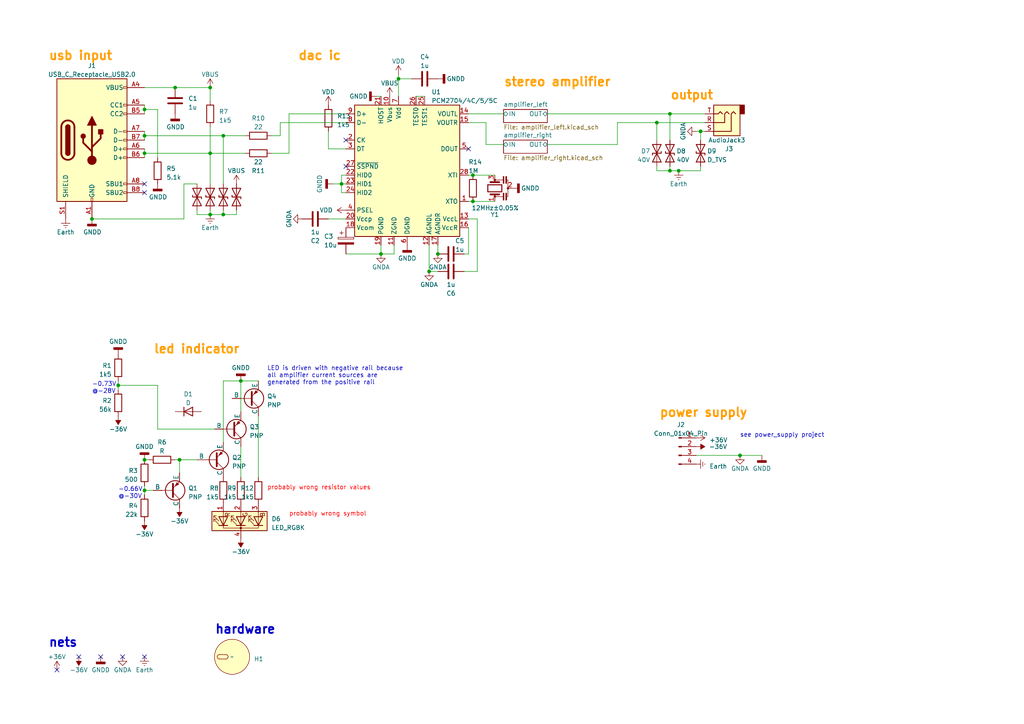
<source format=kicad_sch>
(kicad_sch (version 20230121) (generator eeschema)
  (paper "A4")
  (title_block (title "USB DAC & Headphone Amplifier") (date "2023-03-24") (rev "1") (comment 3 "License: MIT License") (comment 4 "Author: Jona Heinke"))
  (lib_symbols
    (symbol "Connector:Conn_01x04_Pin" (pin_names (offset 1.016) hide)
      (property "Reference" "J" (at 0 5.08 0))
      (property "Value" "Conn_01x04_Pin" (at 0 -7.62 0))
      (symbol "Conn_01x04_Pin_1_1"
        (polyline (pts (xy 1.27 -5.08) (xy 0.8636 -5.08)) (stroke (width 0.1524)))
        (polyline (pts (xy 1.27 -2.54) (xy 0.8636 -2.54)) (stroke (width 0.1524)))
        (polyline (pts (xy 1.27 0) (xy 0.8636 0)) (stroke (width 0.1524)))
        (polyline (pts (xy 1.27 2.54) (xy 0.8636 2.54)) (stroke (width 0.1524)))
        (rectangle (start 0.8636 -4.953) (end 0 -5.207) (stroke (width 0.1524)) (fill (type outline)))
        (rectangle (start 0.8636 -2.413) (end 0 -2.667) (stroke (width 0.1524)) (fill (type outline)))
        (rectangle (start 0.8636 0.127) (end 0 -0.127) (stroke (width 0.1524)) (fill (type outline)))
        (rectangle (start 0.8636 2.667) (end 0 2.413) (stroke (width 0.1524)) (fill (type outline)))
        (pin passive line (at 5.08 2.54 180) (length 3.81) (name "Pin_1") (number "1"))
        (pin passive line (at 5.08 0 180) (length 3.81) (name "Pin_2") (number "2"))
        (pin passive line (at 5.08 -2.54 180) (length 3.81) (name "Pin_3") (number "3"))
        (pin passive line (at 5.08 -5.08 180) (length 3.81) (name "Pin_4") (number "4"))
      )
    )
    (symbol "Connector:USB_C_Receptacle_USB2.0" (pin_names (offset 1.016))
      (property "Reference" "J" (at -10.16 19.05 0))
      (property "Value" "USB_C_Receptacle_USB2.0" (at 19.05 19.05 0))
      (symbol "USB_C_Receptacle_USB2.0_0_0"
        (rectangle (start -0.254 -17.78) (end 0.254 -16.764))
        (rectangle (start 10.16 -14.986) (end 9.144 -15.494))
        (rectangle (start 10.16 -12.446) (end 9.144 -12.954))
        (rectangle (start 10.16 -4.826) (end 9.144 -5.334))
        (rectangle (start 10.16 -2.286) (end 9.144 -2.794))
        (rectangle (start 10.16 0.254) (end 9.144 -0.254))
        (rectangle (start 10.16 2.794) (end 9.144 2.286))
        (rectangle (start 10.16 7.874) (end 9.144 7.366))
        (rectangle (start 10.16 10.414) (end 9.144 9.906))
        (rectangle (start 10.16 15.494) (end 9.144 14.986))
      )
      (symbol "USB_C_Receptacle_USB2.0_0_1"
        (rectangle (start -10.16 17.78) (end 10.16 -17.78) (stroke (width 0.254)) (fill (type background)))
        (arc (start -8.89 -3.81) (mid -6.985 -5.7067) (end -5.08 -3.81) (stroke (width 0.508)))
        (arc (start -7.62 -3.81) (mid -6.985 -4.4423) (end -6.35 -3.81) (stroke (width 0.254)))
        (arc (start -7.62 -3.81) (mid -6.985 -4.4423) (end -6.35 -3.81) (stroke (width 0.254)) (fill (type outline)))
        (rectangle (start -7.62 -3.81) (end -6.35 3.81) (stroke (width 0.254)) (fill (type outline)))
        (arc (start -6.35 3.81) (mid -6.985 4.4423) (end -7.62 3.81) (stroke (width 0.254)))
        (arc (start -6.35 3.81) (mid -6.985 4.4423) (end -7.62 3.81) (stroke (width 0.254)) (fill (type outline)))
        (arc (start -5.08 3.81) (mid -6.985 5.7067) (end -8.89 3.81) (stroke (width 0.508)))
        (circle (center -2.54 1.143) (radius 0.635) (stroke (width 0.254)) (fill (type outline)))
        (circle (center 0 -5.842) (radius 1.27) (fill (type outline)))
        (polyline (pts (xy -8.89 -3.81) (xy -8.89 3.81)) (stroke (width 0.508)))
        (polyline (pts (xy -5.08 3.81) (xy -5.08 -3.81)) (stroke (width 0.508)))
        (polyline (pts (xy 0 -5.842) (xy 0 4.318)) (stroke (width 0.508)))
        (polyline (pts (xy 0 -3.302) (xy -2.54 -0.762) (xy -2.54 0.508)) (stroke (width 0.508)))
        (polyline (pts (xy 0 -2.032) (xy 2.54 0.508) (xy 2.54 1.778)) (stroke (width 0.508)))
        (polyline (pts (xy -1.27 4.318) (xy 0 6.858) (xy 1.27 4.318) (xy -1.27 4.318)) (stroke (width 0.254)) (fill (type outline)))
        (rectangle (start 1.905 1.778) (end 3.175 3.048) (stroke (width 0.254)) (fill (type outline)))
      )
      (symbol "USB_C_Receptacle_USB2.0_1_1"
        (pin passive line (at 0 -22.86 90) (length 5.08) (name "GND") (number "A1"))
        (pin passive line (at 0 -22.86 90) (length 5.08) hide (name "GND") (number "A12"))
        (pin passive line (at 15.24 15.24 180) (length 5.08) (name "VBUS") (number "A4"))
        (pin bidirectional line (at 15.24 10.16 180) (length 5.08) (name "CC1") (number "A5"))
        (pin bidirectional line (at 15.24 -2.54 180) (length 5.08) (name "D+") (number "A6"))
        (pin bidirectional line (at 15.24 2.54 180) (length 5.08) (name "D-") (number "A7"))
        (pin bidirectional line (at 15.24 -12.7 180) (length 5.08) (name "SBU1") (number "A8"))
        (pin passive line (at 15.24 15.24 180) (length 5.08) hide (name "VBUS") (number "A9"))
        (pin passive line (at 0 -22.86 90) (length 5.08) hide (name "GND") (number "B1"))
        (pin passive line (at 0 -22.86 90) (length 5.08) hide (name "GND") (number "B12"))
        (pin passive line (at 15.24 15.24 180) (length 5.08) hide (name "VBUS") (number "B4"))
        (pin bidirectional line (at 15.24 7.62 180) (length 5.08) (name "CC2") (number "B5"))
        (pin bidirectional line (at 15.24 -5.08 180) (length 5.08) (name "D+") (number "B6"))
        (pin bidirectional line (at 15.24 0 180) (length 5.08) (name "D-") (number "B7"))
        (pin bidirectional line (at 15.24 -15.24 180) (length 5.08) (name "SBU2") (number "B8"))
        (pin passive line (at 15.24 15.24 180) (length 5.08) hide (name "VBUS") (number "B9"))
        (pin passive line (at -7.62 -22.86 90) (length 5.08) (name "SHIELD") (number "S1"))
      )
    )
    (symbol "Connector_Audio:AudioJack3"
      (property "Reference" "J" (at 0 8.89 0))
      (property "Value" "AudioJack3" (at 0 6.35 0))
      (symbol "AudioJack3_0_1"
        (rectangle (start -5.08 -5.08) (end -6.35 -2.54) (stroke (width 0.254)) (fill (type outline)))
        (polyline (pts (xy 0 -2.54) (xy 0.635 -3.175) (xy 1.27 -2.54) (xy 2.54 -2.54)) (stroke (width 0.254)))
        (polyline (pts (xy -1.905 -2.54) (xy -1.27 -3.175) (xy -0.635 -2.54) (xy -0.635 0) (xy 2.54 0)) (stroke (width 0.254)))
        (polyline (pts (xy 2.54 2.54) (xy -2.54 2.54) (xy -2.54 -2.54) (xy -3.175 -3.175) (xy -3.81 -2.54)) (stroke (width 0.254)))
        (rectangle (start 2.54 3.81) (end -5.08 -5.08) (stroke (width 0.254)) (fill (type background)))
      )
      (symbol "AudioJack3_1_1"
        (pin passive line (at 5.08 0 180) (length 2.54) (name "~") (number "R"))
        (pin passive line (at 5.08 2.54 180) (length 2.54) (name "~") (number "S"))
        (pin passive line (at 5.08 -2.54 180) (length 2.54) (name "~") (number "T"))
      )
    )
    (symbol "Device:C" (pin_numbers hide) (pin_names (offset 0.254))
      (property "Reference" "C" (at 0.635 2.54 0))
      (property "Value" "C" (at 0.635 -2.54 0))
      (symbol "C_0_1"
        (polyline (pts (xy -2.032 -0.762) (xy 2.032 -0.762)) (stroke (width 0.508)))
        (polyline (pts (xy -2.032 0.762) (xy 2.032 0.762)) (stroke (width 0.508)))
      )
      (symbol "C_1_1"
        (pin passive line (at 0 3.81 270) (length 2.794) (name "~") (number "1"))
        (pin passive line (at 0 -3.81 90) (length 2.794) (name "~") (number "2"))
      )
    )
    (symbol "Device:C_Polarized" (pin_numbers hide) (pin_names (offset 0.254))
      (property "Reference" "C" (at 0.635 2.54 0))
      (property "Value" "C_Polarized" (at 0.635 -2.54 0))
      (symbol "C_Polarized_0_1"
        (rectangle (start -2.286 0.508) (end 2.286 1.016))
        (polyline (pts (xy -1.778 2.286) (xy -0.762 2.286)))
        (polyline (pts (xy -1.27 2.794) (xy -1.27 1.778)))
        (rectangle (start 2.286 -0.508) (end -2.286 -1.016) (fill (type outline)))
      )
      (symbol "C_Polarized_1_1"
        (pin passive line (at 0 3.81 270) (length 2.794) (name "~") (number "1"))
        (pin passive line (at 0 -3.81 90) (length 2.794) (name "~") (number "2"))
      )
    )
    (symbol "Device:D" (pin_numbers hide) (pin_names (offset 1.016) hide)
      (property "Reference" "D" (at 0 2.54 0))
      (property "Value" "D" (at 0 -2.54 0))
      (symbol "D_0_1"
        (polyline (pts (xy -1.27 1.27) (xy -1.27 -1.27)) (stroke (width 0.254)))
        (polyline (pts (xy 1.27 0) (xy -1.27 0)))
        (polyline (pts (xy 1.27 1.27) (xy 1.27 -1.27) (xy -1.27 0) (xy 1.27 1.27)) (stroke (width 0.254)))
      )
      (symbol "D_1_1"
        (pin passive line (at -3.81 0 0) (length 2.54) (name "K") (number "1"))
        (pin passive line (at 3.81 0 180) (length 2.54) (name "A") (number "2"))
      )
    )
    (symbol "Device:D_TVS" (pin_numbers hide) (pin_names (offset 1.016) hide)
      (property "Reference" "D" (at 0 2.54 0))
      (property "Value" "D_TVS" (at 0 -2.54 0))
      (symbol "D_TVS_0_1"
        (polyline (pts (xy 1.27 0) (xy -1.27 0)))
        (polyline (pts (xy 0.508 1.27) (xy 0 1.27) (xy 0 -1.27) (xy -0.508 -1.27)) (stroke (width 0.254)))
        (polyline (pts (xy -2.54 1.27) (xy -2.54 -1.27) (xy 2.54 1.27) (xy 2.54 -1.27) (xy -2.54 1.27)) (stroke (width 0.254)))
      )
      (symbol "D_TVS_1_1"
        (pin passive line (at -3.81 0 0) (length 2.54) (name "A1") (number "1"))
        (pin passive line (at 3.81 0 180) (length 2.54) (name "A2") (number "2"))
      )
    )
    (symbol "Device:LED_RGBK" (pin_names (offset 0) hide)
      (property "Reference" "D" (at 0 9.398 0))
      (property "Value" "LED_RGBK" (at 0 -8.89 0))
      (symbol "LED_RGBK_0_0"
        (text "B" (at 1.905 -6.35 0) (effects (font (size 1.27 1.27))))
        (text "G" (at 1.905 -1.27 0) (effects (font (size 1.27 1.27))))
        (text "R" (at 1.905 3.81 0) (effects (font (size 1.27 1.27))))
      )
      (symbol "LED_RGBK_0_1"
        (circle (center -2.032 0) (radius 0.254) (fill (type outline)))
        (polyline (pts (xy -1.27 -5.08) (xy 1.27 -5.08)))
        (polyline (pts (xy -1.27 -3.81) (xy -1.27 -6.35)) (stroke (width 0.254)))
        (polyline (pts (xy -1.27 0) (xy -2.54 0)))
        (polyline (pts (xy -1.27 1.27) (xy -1.27 -1.27)) (stroke (width 0.254)))
        (polyline (pts (xy -1.27 5.08) (xy 1.27 5.08)))
        (polyline (pts (xy -1.27 6.35) (xy -1.27 3.81)) (stroke (width 0.254)))
        (polyline (pts (xy 1.27 -5.08) (xy 2.54 -5.08)))
        (polyline (pts (xy 1.27 0) (xy -1.27 0)))
        (polyline (pts (xy 1.27 0) (xy 2.54 0)))
        (polyline (pts (xy 1.27 5.08) (xy 2.54 5.08)))
        (polyline (pts (xy -1.27 1.27) (xy -1.27 -1.27) (xy -1.27 -1.27)))
        (polyline (pts (xy -1.27 6.35) (xy -1.27 3.81) (xy -1.27 3.81)))
        (polyline (pts (xy -1.27 5.08) (xy -2.032 5.08) (xy -2.032 -5.08) (xy -1.016 -5.08)))
        (polyline (pts (xy 1.27 -3.81) (xy 1.27 -6.35) (xy -1.27 -5.08) (xy 1.27 -3.81)) (stroke (width 0.254)))
        (polyline (pts (xy 1.27 1.27) (xy 1.27 -1.27) (xy -1.27 0) (xy 1.27 1.27)) (stroke (width 0.254)))
        (polyline (pts (xy 1.27 6.35) (xy 1.27 3.81) (xy -1.27 5.08) (xy 1.27 6.35)) (stroke (width 0.254)))
        (polyline (pts (xy -1.016 -3.81) (xy 0.508 -2.286) (xy -0.254 -2.286) (xy 0.508 -2.286) (xy 0.508 -3.048)))
        (polyline (pts (xy -1.016 1.27) (xy 0.508 2.794) (xy -0.254 2.794) (xy 0.508 2.794) (xy 0.508 2.032)))
        (polyline (pts (xy -1.016 6.35) (xy 0.508 7.874) (xy -0.254 7.874) (xy 0.508 7.874) (xy 0.508 7.112)))
        (polyline (pts (xy 0 -3.81) (xy 1.524 -2.286) (xy 0.762 -2.286) (xy 1.524 -2.286) (xy 1.524 -3.048)))
        (polyline (pts (xy 0 1.27) (xy 1.524 2.794) (xy 0.762 2.794) (xy 1.524 2.794) (xy 1.524 2.032)))
        (polyline (pts (xy 0 6.35) (xy 1.524 7.874) (xy 0.762 7.874) (xy 1.524 7.874) (xy 1.524 7.112)))
        (rectangle (start 1.27 -1.27) (end 1.27 1.27))
        (rectangle (start 1.27 1.27) (end 1.27 1.27))
        (rectangle (start 1.27 3.81) (end 1.27 6.35))
        (rectangle (start 1.27 6.35) (end 1.27 6.35))
        (rectangle (start 2.794 8.382) (end -2.794 -7.62) (stroke (width 0.254)) (fill (type background)))
      )
      (symbol "LED_RGBK_1_1"
        (pin passive line (at 5.08 5.08 180) (length 2.54) (name "RA") (number "1"))
        (pin passive line (at 5.08 0 180) (length 2.54) (name "GA") (number "2"))
        (pin passive line (at 5.08 -5.08 180) (length 2.54) (name "BA") (number "3"))
        (pin passive line (at -5.08 0 0) (length 2.54) (name "K") (number "4"))
      )
    )
    (symbol "Device:R" (pin_numbers hide) (pin_names (offset 0))
      (property "Reference" "R" (at 2.032 0 90))
      (property "Value" "R" (at 0 0 90))
      (symbol "R_0_1"
        (rectangle (start -1.016 -2.54) (end 1.016 2.54) (stroke (width 0.254)))
      )
      (symbol "R_1_1"
        (pin passive line (at 0 3.81 270) (length 1.27) (name "~") (number "1"))
        (pin passive line (at 0 -3.81 90) (length 1.27) (name "~") (number "2"))
      )
    )
    (symbol "Device:Resonator" (pin_names (offset 1.016) hide)
      (property "Reference" "Y" (at 0 5.715 0))
      (property "Value" "Resonator" (at 0 3.81 0))
      (symbol "Resonator_0_1"
        (rectangle (start -3.429 -3.175) (end -1.397 -3.429) (fill (type outline)))
        (rectangle (start -3.429 -2.413) (end -1.397 -2.667) (fill (type outline)))
        (circle (center -2.413 0) (radius 0.254) (fill (type outline)))
        (rectangle (start -1.016 2.032) (end 1.016 -2.032) (stroke (width 0.3048)))
        (circle (center 0 -3.81) (radius 0.254) (fill (type outline)))
        (polyline (pts (xy -2.413 -2.413) (xy -2.413 0)))
        (polyline (pts (xy -1.905 0) (xy -3.175 0)))
        (polyline (pts (xy -1.778 -1.27) (xy -1.778 1.27)) (stroke (width 0.508)))
        (polyline (pts (xy 1.778 -1.27) (xy 1.778 1.27)) (stroke (width 0.508)))
        (polyline (pts (xy 1.905 0) (xy 2.54 0)))
        (polyline (pts (xy 2.413 0) (xy 2.413 -2.54)))
        (polyline (pts (xy 2.413 -3.302) (xy 2.413 -3.81) (xy -2.413 -3.81) (xy -2.413 -3.302)))
        (rectangle (start 1.397 -3.175) (end 3.429 -3.429) (fill (type outline)))
        (rectangle (start 1.397 -2.413) (end 3.429 -2.667) (fill (type outline)))
        (circle (center 2.413 0) (radius 0.254) (fill (type outline)))
      )
      (symbol "Resonator_1_1"
        (pin passive line (at -3.81 0 0) (length 1.27) (name "1") (number "1"))
        (pin passive line (at 0 -5.08 90) (length 1.27) (name "2") (number "2"))
        (pin passive line (at 3.81 0 180) (length 1.27) (name "3") (number "3"))
      )
    )
    (symbol "Simulation_SPICE:PNP" (pin_numbers hide) (pin_names (offset 0))
      (property "Reference" "Q" (at -2.54 7.62 0))
      (property "Value" "PNP" (at -2.54 5.08 0))
      (symbol "PNP_0_1"
        (polyline (pts (xy -2.54 0) (xy 0.635 0)) (stroke (width 0.1524)))
        (polyline (pts (xy 0.635 0.635) (xy 2.54 2.54)))
        (polyline (pts (xy 0.635 -0.635) (xy 2.54 -2.54) (xy 2.54 -2.54)))
        (polyline (pts (xy 0.635 1.905) (xy 0.635 -1.905) (xy 0.635 -1.905)) (stroke (width 0.508)))
        (polyline (pts (xy 2.286 -1.778) (xy 1.778 -2.286) (xy 1.27 -1.27) (xy 2.286 -1.778) (xy 2.286 -1.778)) (fill (type outline)))
        (circle (center 1.27 0) (radius 2.8194) (stroke (width 0.254)))
      )
      (symbol "PNP_1_1"
        (pin open_collector line (at 2.54 5.08 270) (length 2.54) (name "C") (number "1"))
        (pin input line (at -5.08 0 0) (length 2.54) (name "B") (number "2"))
        (pin open_emitter line (at 2.54 -5.08 90) (length 2.54) (name "E") (number "3"))
      )
    )
    (symbol "library:Knob" (pin_numbers hide) (pin_names (offset 0) hide) (on_board no)
      (property "Reference" "H" (at 0 0 0))
      (symbol "Knob_0_1"
        (arc (start -4.318 0) (mid -4.132 -0.449) (end -3.683 -0.635))
        (arc (start -3.683 0.635) (mid -4.132 0.449) (end -4.318 0))
        (arc (start -1.778 -0.635) (mid -1.329 -0.449) (end -1.143 0))
        (arc (start -1.143 0) (mid -1.329 0.449) (end -1.778 0.635))
        (polyline (pts (xy -3.683 -0.635) (xy -1.778 -0.635)))
        (polyline (pts (xy -1.778 0.635) (xy -3.683 0.635)))
        (circle (center 0 0) (radius 5.08) (fill (type background)))
      )
    )
    (symbol "library:PCM2704/4C/5/5C"
      (property "Reference" "U" (at 0 2.54 0))
      (property "Value" "PCM2704/4C/5/5C" (at 0 0 0))
      (symbol "PCM2704/4C/5/5C_0_1"
        (rectangle (start -15.24 20.32) (end 15.24 -17.78) (stroke (width 0.254)) (fill (type background)))
      )
      (symbol "PCM2704/4C/5/5C_1_1"
        (pin output line (at 17.78 -7.62 180) (length 2.54) (name "XTO") (number "1"))
        (pin power_in line (at -5.08 22.86 270) (length 2.54) (name "Vbus") (number "10"))
        (pin power_in line (at -3.81 -20.32 90) (length 2.54) (name "ZGND") (number "11"))
        (pin power_in line (at 6.35 -20.32 90) (length 2.54) (name "AGNDL") (number "12"))
        (pin passive line (at 17.78 -12.7 180) (length 2.54) (name "VccL") (number "13"))
        (pin output line (at 17.78 17.78 180) (length 2.54) (name "VOUTL") (number "14"))
        (pin output line (at 17.78 15.24 180) (length 2.54) (name "VOUTR") (number "15"))
        (pin passive line (at 17.78 -15.24 180) (length 2.54) (name "VccR") (number "16"))
        (pin power_in line (at 8.89 -20.32 90) (length 2.54) (name "AGNDR") (number "17"))
        (pin passive line (at -17.78 -15.24 0) (length 2.54) (name "Vcom") (number "18"))
        (pin power_in line (at -7.62 -20.32 90) (length 2.54) (name "PGND") (number "19"))
        (pin output line (at -17.78 10.16 0) (length 2.54) (name "CK") (number "2"))
        (pin power_in line (at -17.78 -12.7 0) (length 2.54) (name "Vccp") (number "20"))
        (pin input line (at -7.62 22.86 270) (length 2.54) (name "HOST") (number "21"))
        (pin input line (at -17.78 0 0) (length 2.54) (name "HID0") (number "22"))
        (pin input line (at -17.78 -2.54 0) (length 2.54) (name "HID1") (number "23"))
        (pin input line (at -17.78 -5.08 0) (length 2.54) (name "HID2") (number "24"))
        (pin input line (at 5.08 22.86 270) (length 2.54) (name "TEST1") (number "25"))
        (pin input line (at 2.54 22.86 270) (length 2.54) (name "TEST0") (number "26"))
        (pin output line (at -17.78 2.54 0) (length 2.54) (name "~{SSPND}") (number "27"))
        (pin input line (at 17.78 0 180) (length 2.54) (name "XTI") (number "28"))
        (pin bidirectional line (at -17.78 7.62 0) (length 2.54) (name "DT") (number "3"))
        (pin input line (at -17.78 -10.16 0) (length 2.54) (name "PSEL") (number "4"))
        (pin output line (at 17.78 7.62 180) (length 2.54) (name "DOUT") (number "5"))
        (pin power_in line (at 0 -20.32 90) (length 2.54) (name "DGND") (number "6"))
        (pin power_in line (at -2.54 22.86 270) (length 2.54) (name "Vdd") (number "7"))
        (pin bidirectional line (at -17.78 15.24 0) (length 2.54) (name "D-") (number "8"))
        (pin bidirectional line (at -17.78 17.78 0) (length 2.54) (name "D+") (number "9"))
      )
    )
    (symbol "power:+36V" (power) (pin_names (offset 0))
      (property "Value" "+36V" (at 0 3.556 0))
      (symbol "+36V_0_1"
        (polyline (pts (xy -0.762 1.27) (xy 0 2.54)))
        (polyline (pts (xy 0 0) (xy 0 2.54)))
        (polyline (pts (xy 0 2.54) (xy 0.762 1.27)))
      )
      (symbol "+36V_1_1"
        (pin power_in line (at 0 0 90) (length 0) hide (name "+36V") (number "1"))
      )
    )
    (symbol "power:-36V" (power) (pin_names (offset 0))
      (property "Value" "-36V" (at 0 3.81 0))
      (symbol "-36V_0_0"
        (pin power_in line (at 0 0 90) (length 0) hide (name "-36V") (number "1"))
      )
      (symbol "-36V_0_1"
        (polyline (pts (xy 0 0) (xy 0 1.27) (xy 0.762 1.27) (xy 0 2.54) (xy -0.762 1.27) (xy 0 1.27)) (fill (type outline)))
      )
    )
    (symbol "power:Earth" (power) (pin_names (offset 0))
      (symbol "Earth_0_1"
        (polyline (pts (xy -0.635 -1.905) (xy 0.635 -1.905)))
        (polyline (pts (xy -0.127 -2.54) (xy 0.127 -2.54)))
        (polyline (pts (xy 0 -1.27) (xy 0 0)))
        (polyline (pts (xy 1.27 -1.27) (xy -1.27 -1.27)))
      )
      (symbol "Earth_1_1"
        (pin power_in line (at 0 0 270) (length 0) hide (name "Earth") (number "1"))
      )
    )
    (symbol "power:GNDA" (power) (pin_names (offset 0))
      (property "Value" "GNDA" (at 0 -3.81 0))
      (symbol "GNDA_0_1"
        (polyline (pts (xy 0 0) (xy 0 -1.27) (xy 1.27 -1.27) (xy 0 -2.54) (xy -1.27 -1.27) (xy 0 -1.27)))
      )
      (symbol "GNDA_1_1"
        (pin power_in line (at 0 0 270) (length 0) hide (name "GNDA") (number "1"))
      )
    )
    (symbol "power:GNDD" (power) (pin_names (offset 0))
      (property "Value" "GNDD" (at 0 -3.175 0))
      (symbol "GNDD_0_1"
        (rectangle (start -1.27 -1.524) (end 1.27 -2.032) (stroke (width 0.254)) (fill (type outline)))
        (polyline (pts (xy 0 0) (xy 0 -1.524)))
      )
      (symbol "GNDD_1_1"
        (pin power_in line (at 0 0 270) (length 0) hide (name "GNDD") (number "1"))
      )
    )
    (symbol "power:VBUS" (power) (pin_names (offset 0))
      (property "Value" "VBUS" (at 0 3.81 0))
      (symbol "VBUS_0_1"
        (polyline (pts (xy -0.762 1.27) (xy 0 2.54)))
        (polyline (pts (xy 0 0) (xy 0 2.54)))
        (polyline (pts (xy 0 2.54) (xy 0.762 1.27)))
      )
      (symbol "VBUS_1_1"
        (pin power_in line (at 0 0 90) (length 0) hide (name "VBUS") (number "1"))
      )
    )
    (symbol "power:VDD" (power) (pin_names (offset 0))
      (property "Value" "VDD" (at 0 3.81 0))
      (symbol "VDD_0_1"
        (polyline (pts (xy -0.762 1.27) (xy 0 2.54)))
        (polyline (pts (xy 0 0) (xy 0 2.54)))
        (polyline (pts (xy 0 2.54) (xy 0.762 1.27)))
      )
      (symbol "VDD_1_1"
        (pin power_in line (at 0 0 90) (length 0) hide (name "VDD") (number "1"))
      )
    )
  )
  (junction (at 194.31 33.02))
  (junction (at 52.07 133.35))
  (junction (at 203.2 38.1))
  (junction (at 190.5 35.56))
  (junction (at 124.46 78.74))
  (junction (at 34.29 111.76))
  (junction (at 115.57 22.86))
  (junction (at 41.91 142.24))
  (junction (at 99.06 53.34))
  (junction (at 60.96 62.23))
  (junction (at 64.77 39.37))
  (junction (at 41.91 133.35))
  (junction (at 137.16 58.42))
  (junction (at 60.96 25.4))
  (junction (at 41.91 44.45))
  (junction (at 214.63 132.08))
  (junction (at 26.67 63.5))
  (junction (at 64.77 62.23))
  (junction (at 196.85 49.53))
  (junction (at 60.96 44.45))
  (junction (at 137.16 50.8))
  (junction (at 41.91 39.37))
  (junction (at 110.49 73.66))
  (junction (at 194.31 49.53))
  (junction (at 50.8 25.4))
  (junction (at 69.85 110.49))
  (junction (at 127 73.66))
  (junction (at 41.91 31.75))
  (no_connect (at 100.33 40.64))
  (no_connect (at 135.89 43.18))
  (no_connect (at 41.91 55.88))
  (no_connect (at 35.56 190.5))
  (no_connect (at 100.33 48.26))
  (no_connect (at 22.86 190.5))
  (no_connect (at 16.51 194.31))
  (no_connect (at 41.91 190.5))
  (no_connect (at 29.21 190.5))
  (no_connect (at 41.91 53.34))
  (wire (pts (xy 179.07 35.56) (xy 190.5 35.56)))
  (wire (pts (xy 83.82 33.02) (xy 100.33 33.02)))
  (wire (pts (xy 53.34 53.34) (xy 57.15 53.34)))
  (wire (pts (xy 41.91 44.45) (xy 41.91 45.72)))
  (wire (pts (xy 60.96 44.45) (xy 71.12 44.45)))
  (wire (pts (xy 64.77 110.49) (xy 69.85 110.49)))
  (wire (pts (xy 99.06 55.88) (xy 99.06 53.34)))
  (wire (pts (xy 60.96 62.23) (xy 64.77 62.23)))
  (wire (pts (xy 41.91 25.4) (xy 50.8 25.4)))
  (wire (pts (xy 203.2 49.53) (xy 196.85 49.53)))
  (wire (pts (xy 134.62 78.74) (xy 138.43 78.74)))
  (wire (pts (xy 201.93 132.08) (xy 214.63 132.08)))
  (wire (pts (xy 69.85 129.54) (xy 69.85 138.43)))
  (wire (pts (xy 190.5 35.56) (xy 190.5 40.64)))
  (wire (pts (xy 135.89 50.8) (xy 137.16 50.8)))
  (wire (pts (xy 60.96 25.4) (xy 60.96 29.21)))
  (wire (pts (xy 214.63 132.08) (xy 220.98 132.08)))
  (wire (pts (xy 34.29 111.76) (xy 45.72 111.76)))
  (wire (pts (xy 68.58 62.23) (xy 64.77 62.23)))
  (wire (pts (xy 83.82 44.45) (xy 78.74 44.45)))
  (wire (pts (xy 50.8 25.4) (xy 60.96 25.4)))
  (wire (pts (xy 110.49 71.12) (xy 110.49 73.66)))
  (wire (pts (xy 99.06 50.8) (xy 99.06 53.34)))
  (wire (pts (xy 34.29 111.76) (xy 34.29 113.03)))
  (wire (pts (xy 74.93 120.65) (xy 74.93 138.43)))
  (wire (pts (xy 135.89 58.42) (xy 137.16 58.42)))
  (wire (pts (xy 127 71.12) (xy 127 73.66)))
  (wire (pts (xy 52.07 133.35) (xy 57.15 133.35)))
  (wire (pts (xy 69.85 110.49) (xy 69.85 119.38)))
  (wire (pts (xy 60.96 44.45) (xy 60.96 53.34)))
  (wire (pts (xy 110.49 73.66) (xy 100.33 73.66)))
  (wire (pts (xy 203.2 38.1) (xy 203.2 40.64)))
  (wire (pts (xy 190.5 35.56) (xy 204.47 35.56)))
  (wire (pts (xy 50.8 133.35) (xy 52.07 133.35)))
  (wire (pts (xy 194.31 33.02) (xy 194.31 40.64)))
  (wire (pts (xy 194.31 33.02) (xy 204.47 33.02)))
  (wire (pts (xy 203.2 48.26) (xy 203.2 49.53)))
  (wire (pts (xy 83.82 33.02) (xy 83.82 44.45)))
  (wire (pts (xy 41.91 140.97) (xy 41.91 142.24)))
  (wire (pts (xy 53.34 63.5) (xy 53.34 53.34)))
  (wire (pts (xy 115.57 21.59) (xy 115.57 22.86)))
  (wire (pts (xy 99.06 53.34) (xy 100.33 53.34)))
  (wire (pts (xy 41.91 38.1) (xy 41.91 39.37)))
  (wire (pts (xy 190.5 49.53) (xy 194.31 49.53)))
  (wire (pts (xy 57.15 60.96) (xy 57.15 62.23)))
  (wire (pts (xy 41.91 39.37) (xy 64.77 39.37)))
  (wire (pts (xy 114.3 71.12) (xy 114.3 73.66)))
  (wire (pts (xy 26.67 63.5) (xy 53.34 63.5)))
  (wire (pts (xy 45.72 31.75) (xy 41.91 31.75)))
  (wire (pts (xy 146.05 41.91) (xy 140.97 41.91)))
  (wire (pts (xy 134.62 73.66) (xy 135.89 73.66)))
  (wire (pts (xy 138.43 78.74) (xy 138.43 63.5)))
  (wire (pts (xy 135.89 33.02) (xy 146.05 33.02)))
  (wire (pts (xy 41.91 31.75) (xy 41.91 33.02)))
  (wire (pts (xy 137.16 58.42) (xy 143.51 58.42)))
  (wire (pts (xy 69.85 110.49) (xy 74.93 110.49)))
  (wire (pts (xy 138.43 63.5) (xy 135.89 63.5)))
  (wire (pts (xy 95.25 63.5) (xy 100.33 63.5)))
  (wire (pts (xy 140.97 41.91) (xy 140.97 35.56)))
  (wire (pts (xy 95.25 43.18) (xy 100.33 43.18)))
  (wire (pts (xy 124.46 71.12) (xy 124.46 78.74)))
  (wire (pts (xy 135.89 73.66) (xy 135.89 66.04)))
  (wire (pts (xy 140.97 35.56) (xy 135.89 35.56)))
  (wire (pts (xy 120.65 27.94) (xy 123.19 27.94)))
  (wire (pts (xy 41.91 133.35) (xy 43.18 133.35)))
  (wire (pts (xy 41.91 39.37) (xy 41.91 40.64)))
  (wire (pts (xy 41.91 43.18) (xy 41.91 44.45)))
  (wire (pts (xy 78.74 39.37) (xy 81.28 39.37)))
  (wire (pts (xy 60.96 36.83) (xy 60.96 44.45)))
  (wire (pts (xy 100.33 55.88) (xy 99.06 55.88)))
  (wire (pts (xy 100.33 50.8) (xy 99.06 50.8)))
  (wire (pts (xy 119.38 22.86) (xy 115.57 22.86)))
  (wire (pts (xy 45.72 45.72) (xy 45.72 31.75)))
  (wire (pts (xy 45.72 111.76) (xy 45.72 124.46)))
  (wire (pts (xy 41.91 142.24) (xy 44.45 142.24)))
  (wire (pts (xy 194.31 49.53) (xy 196.85 49.53)))
  (wire (pts (xy 64.77 60.96) (xy 64.77 62.23)))
  (wire (pts (xy 158.75 41.91) (xy 179.07 41.91)))
  (wire (pts (xy 64.77 39.37) (xy 64.77 53.34)))
  (wire (pts (xy 60.96 60.96) (xy 60.96 62.23)))
  (wire (pts (xy 81.28 39.37) (xy 81.28 35.56)))
  (wire (pts (xy 34.29 110.49) (xy 34.29 111.76)))
  (wire (pts (xy 52.07 133.35) (xy 52.07 137.16)))
  (wire (pts (xy 190.5 48.26) (xy 190.5 49.53)))
  (wire (pts (xy 64.77 39.37) (xy 71.12 39.37)))
  (wire (pts (xy 41.91 142.24) (xy 41.91 143.51)))
  (wire (pts (xy 137.16 50.8) (xy 143.51 50.8)))
  (wire (pts (xy 81.28 35.56) (xy 100.33 35.56)))
  (wire (pts (xy 194.31 48.26) (xy 194.31 49.53)))
  (wire (pts (xy 95.25 38.1) (xy 95.25 43.18)))
  (wire (pts (xy 45.72 124.46) (xy 62.23 124.46)))
  (wire (pts (xy 96.52 53.34) (xy 99.06 53.34)))
  (wire (pts (xy 115.57 22.86) (xy 115.57 27.94)))
  (wire (pts (xy 124.46 78.74) (xy 127 78.74)))
  (wire (pts (xy 179.07 35.56) (xy 179.07 41.91)))
  (wire (pts (xy 203.2 38.1) (xy 204.47 38.1)))
  (wire (pts (xy 41.91 44.45) (xy 60.96 44.45)))
  (wire (pts (xy 109.22 27.94) (xy 110.49 27.94)))
  (wire (pts (xy 68.58 60.96) (xy 68.58 62.23)))
  (wire (pts (xy 110.49 73.66) (xy 114.3 73.66)))
  (wire (pts (xy 201.93 38.1) (xy 203.2 38.1)))
  (wire (pts (xy 41.91 30.48) (xy 41.91 31.75)))
  (wire (pts (xy 57.15 62.23) (xy 60.96 62.23)))
  (wire (pts (xy 64.77 128.27) (xy 64.77 110.49)))
  (wire (pts (xy 158.75 33.02) (xy 194.31 33.02)))
  (text "hardware" (at 62.23 184.15 0) (effects (font (size 2.54 2.54) (thickness 0.508) bold) (justify left bottom)))
  (text "power supply" (at 191.135 121.285 0) (effects (font (size 2.54 2.54) (thickness 0.508) bold) (justify left bottom)))
  (text "probably wrong resistor values" (at 77.47 142.24 0) (effects (font (size 1.27 1.27)) (justify left bottom)))
  (text "led indicator" (at 44.45 102.87 0) (effects (font (size 2.54 2.54) (thickness 0.508) bold) (justify left bottom)))
  (text "dac ic" (at 86.36 17.78 0) (effects (font (size 2.54 2.54) (thickness 0.508) bold) (justify left bottom)))
  (text "stereo amplifier" (at 146.05 25.4 0) (effects (font (size 2.54 2.54) (thickness 0.508) bold) (justify left bottom)))
  (text "usb input" (at 13.97 17.78 0) (effects (font (size 2.54 2.54) (thickness 0.508) bold) (justify left bottom)))
  (text "-0.73V\n@-28V" (at 26.67 114.3 0) (effects (font (size 1.27 1.27)) (justify left bottom)))
  (text "output" (at 194.31 29.21 0) (effects (font (size 2.54 2.54) (thickness 0.508) bold) (justify left bottom)))
  (text "-0.66V\n@-30V" (at 34.29 144.78 0) (effects (font (size 1.27 1.27)) (justify left bottom)))
  (text "see power_supply project" (at 214.63 127 0) (effects (font (size 1.27 1.27)) (justify left bottom)))
  (text "probably wrong symbol" (at 83.82 149.86 0) (effects (font (size 1.27 1.27)) (justify left bottom)))
  (text "nets" (at 13.97 187.96 0) (effects (font (size 2.54 2.54) (thickness 0.508) bold) (justify left bottom)))
  (text "LED is driven with negative rail because\nall amplifier current sources are\ngenerated from the positive rail" (at 77.47 111.76 0) (effects (font (size 1.27 1.27)) (justify left bottom)))
  (symbol (lib_id "power:Earth") (at 196.85 49.53 0) (unit 1)
    (property "Reference" "#PWR033" (effects hide))
    (property "Value" "Earth" (at 196.85 53.34 0))
  )
  (symbol (lib_id "power:VBUS") (at 68.58 53.34 0) (unit 1)
    (property "Reference" "#PWR017" (effects hide))
    (property "Value" "VBUS" (at 68.58 49.53 0))
  )
  (symbol (lib_id "power:GNDD") (at 41.91 133.35 180) (unit 1)
    (property "Reference" "#PWR09" (effects hide))
    (property "Value" "GNDD" (at 41.91 129.54 0))
  )
  (symbol (lib_id "power:VDD") (at 95.25 30.48 0) (unit 1)
    (property "Reference" "#PWR021" (effects hide))
    (property "Value" "VDD" (at 95.25 26.67 0))
  )
  (symbol (lib_id "Device:C") (at 130.81 73.66 90) (unit 1)
    (property "Reference" "C5" (at 133.35 69.85 90))
    (property "Value" "1u" (at 133.35 72.39 90))
    (property "Footprint" "Capacitor_SMD:C_0805_2012Metric_Pad1.18x1.45mm_HandSolder" (effects hide))
  )
  (symbol (lib_id "Device:D_TVS") (at 203.2 44.45 90) (unit 1)
    (property "Reference" "D9" (at 205.105 43.815 90) (effects (justify right)))
    (property "Value" "D_TVS" (at 205.105 46.355 90) (effects (justify right)))
  )
  (symbol (lib_id "power:-36V") (at 69.85 156.21 0) (mirror x) (unit 1)
    (property "Reference" "#PWR019" (effects hide))
    (property "Value" "-33V" (at 69.85 160.02 0))
  )
  (symbol (lib_id "Simulation_SPICE:PNP") (at 62.23 133.35 0) (mirror x) (unit 1)
    (property "Reference" "Q2" (at 67.31 132.715 0) (effects (justify left)))
    (property "Value" "PNP" (at 67.31 135.255 0) (effects (justify left)))
    (property "Footprint" "Package_TO_SOT_THT:TO-92L_Inline" (effects hide))
    (property "Sim.Device" "PNP" (effects hide))
    (property "Sim.Type" "GUMMELPOON" (effects hide))
    (property "Sim.Pins" "1=C 2=B 3=E" (effects hide))
  )
  (symbol (lib_id "Device:C") (at 91.44 63.5 90) (mirror x) (unit 1)
    (property "Reference" "C2" (at 91.44 69.85 90))
    (property "Value" "1u" (at 91.44 67.31 90))
    (property "Footprint" "Capacitor_SMD:C_0805_2012Metric_Pad1.18x1.45mm_HandSolder" (effects hide))
  )
  (symbol (lib_id "power:-36V") (at 41.91 151.13 0) (mirror x) (unit 1)
    (property "Reference" "#PWR010" (effects hide))
    (property "Value" "-33V" (at 41.91 154.94 0))
  )
  (symbol (lib_id "power:-36V") (at 22.86 190.5 0) (mirror x) (unit 1)
    (property "Reference" "#PWR03" (effects hide))
    (property "Value" "-33V" (at 22.86 194.31 0))
  )
  (symbol (lib_id "Device:R") (at 45.72 49.53 0) (unit 1)
    (property "Reference" "R5" (at 48.26 48.895 0) (effects (justify left)))
    (property "Value" "5.1k" (at 48.26 51.435 0) (effects (justify left)))
    (property "Footprint" "Resistor_SMD:R_0805_2012Metric_Pad1.20x1.40mm_HandSolder" (effects hide))
  )
  (symbol (lib_id "Device:D_TVS") (at 68.58 57.15 90) (unit 1)
    (property "Reference" "D5" (effects hide))
    (property "Value" "D_TVS" (effects hide))
  )
  (symbol (lib_id "Device:C") (at 130.81 78.74 90) (mirror x) (unit 1)
    (property "Reference" "C6" (at 130.81 85.09 90))
    (property "Value" "1u" (at 130.81 82.55 90))
    (property "Footprint" "Capacitor_SMD:C_0805_2012Metric_Pad1.18x1.45mm_HandSolder" (effects hide))
  )
  (symbol (lib_id "Device:R") (at 41.91 137.16 0) (mirror x) (unit 1)
    (property "Reference" "R3" (at 40.005 136.525 0) (effects (justify right)))
    (property "Value" "500" (at 40.005 139.065 0) (effects (justify right)))
    (property "Footprint" "Resistor_SMD:R_0805_2012Metric_Pad1.20x1.40mm_HandSolder" (effects hide))
  )
  (symbol (lib_id "Device:C_Polarized") (at 100.33 69.85 0) (unit 1)
    (property "Reference" "C3" (at 93.98 68.58 0) (effects (justify left)))
    (property "Value" "10u" (at 93.98 71.12 0) (effects (justify left)))
  )
  (symbol (lib_id "power:GNDD") (at 29.21 190.5 0) (unit 1)
    (property "Reference" "#PWR05" (effects hide))
    (property "Value" "GNDD" (at 29.21 194.31 0))
  )
  (symbol (lib_id "power:-36V") (at 52.07 147.32 0) (mirror x) (unit 1)
    (property "Reference" "#PWR014" (effects hide))
    (property "Value" "-33V" (at 52.07 151.13 0))
  )
  (symbol (lib_id "Device:R") (at 95.25 34.29 180) (unit 1)
    (property "Reference" "R13" (at 97.79 33.655 0) (effects (justify right)))
    (property "Value" "1k5" (at 97.79 36.195 0) (effects (justify right)))
    (property "Footprint" "Resistor_SMD:R_0805_2012Metric_Pad1.20x1.40mm_HandSolder" (effects hide))
  )
  (symbol (lib_id "Device:D_TVS") (at 57.15 57.15 90) (unit 1)
    (property "Reference" "D2" (effects hide))
    (property "Value" "D_TVS" (effects hide))
  )
  (symbol (lib_id "Device:R") (at 64.77 142.24 0) (mirror x) (unit 1)
    (property "Reference" "R8" (at 63.5 141.605 0) (effects (justify right)))
    (property "Value" "1k5" (at 63.5 144.145 0) (effects (justify right)))
    (property "Footprint" "Resistor_SMD:R_0805_2012Metric_Pad1.20x1.40mm_HandSolder" (effects hide))
  )
  (symbol (lib_id "Device:C") (at 50.8 29.21 180) (unit 1)
    (property "Reference" "C1" (at 54.61 28.575 0) (effects (justify right)))
    (property "Value" "1u" (at 54.61 31.115 0) (effects (justify right)))
    (property "Footprint" "Capacitor_SMD:C_0805_2012Metric_Pad1.18x1.45mm_HandSolder" (effects hide))
  )
  (symbol (lib_id "Device:D_TVS") (at 190.5 44.45 270) (mirror x) (unit 1)
    (property "Reference" "D7" (at 188.595 43.815 90) (effects (justify right)))
    (property "Value" "40V" (at 188.595 46.355 90) (effects (justify right)))
  )
  (symbol (lib_id "power:GNDA") (at 127 73.66 0) (unit 1)
    (property "Reference" "#PWR031" (effects hide))
    (property "Value" "GNDA" (at 127 77.47 0))
  )
  (symbol (lib_id "Device:R") (at 46.99 133.35 90) (unit 1)
    (property "Reference" "R6" (at 46.99 128.27 90))
    (property "Value" "R" (at 46.99 130.81 90))
    (property "Footprint" "Resistor_SMD:R_0805_2012Metric_Pad1.20x1.40mm_HandSolder" (effects hide))
  )
  (symbol (lib_id "power:Earth") (at 19.05 63.5 0) (unit 1)
    (property "Reference" "#PWR02" (effects hide))
    (property "Value" "Earth" (at 19.05 67.31 0))
  )
  (symbol (lib_id "power:GNDD") (at 96.52 53.34 270) (unit 1)
    (property "Reference" "#PWR022" (effects hide))
    (property "Value" "GNDD" (at 92.71 53.34 0))
  )
  (symbol (lib_id "library:Knob") (at 67.31 190.5 0) (unit 1) (on_board no)
    (property "Reference" "H1" (at 73.66 191.135 0) (effects (justify left)))
    (property "Value" "~" (at 67.31 190.5 0))
    (property "Digikey" "1528-5531-ND" (effects hide))
  )
  (symbol (lib_id "Device:R") (at 34.29 106.68 0) (mirror x) (unit 1)
    (property "Reference" "R1" (at 32.385 106.045 0) (effects (justify right)))
    (property "Value" "1k5" (at 32.385 108.585 0) (effects (justify right)))
    (property "Footprint" "Resistor_SMD:R_0805_2012Metric_Pad1.20x1.40mm_HandSolder" (effects hide))
  )
  (symbol (lib_id "power:GNDA") (at 87.63 63.5 270) (unit 1)
    (property "Reference" "#PWR020" (effects hide))
    (property "Value" "GNDA" (at 83.82 63.5 0))
  )
  (symbol (lib_id "power:GNDD") (at 118.11 71.12 0) (unit 1)
    (property "Reference" "#PWR028" (effects hide))
    (property "Value" "GNDD" (at 118.11 74.93 0))
  )
  (symbol (lib_id "Simulation_SPICE:PNP") (at 49.53 142.24 0) (mirror x) (unit 1)
    (property "Reference" "Q1" (at 54.61 141.605 0) (effects (justify left)))
    (property "Value" "PNP" (at 54.61 144.145 0) (effects (justify left)))
    (property "Footprint" "Package_TO_SOT_THT:TO-92L_Inline" (effects hide))
    (property "Sim.Device" "PNP" (effects hide))
    (property "Sim.Type" "GUMMELPOON" (effects hide))
    (property "Sim.Pins" "1=C 2=B 3=E" (effects hide))
  )
  (symbol (lib_id "Device:R") (at 41.91 147.32 0) (mirror x) (unit 1)
    (property "Reference" "R4" (at 40.005 146.685 0) (effects (justify right)))
    (property "Value" "22k" (at 40.005 149.225 0) (effects (justify right)))
    (property "Footprint" "Resistor_SMD:R_0805_2012Metric_Pad1.20x1.40mm_HandSolder" (effects hide))
  )
  (symbol (lib_id "Device:LED_RGBK") (at 69.85 151.13 90) (unit 1)
    (property "Reference" "D6" (at 78.74 150.495 90) (effects (justify right)))
    (property "Value" "LED_RGBK" (at 78.74 153.035 90) (effects (justify right)))
  )
  (symbol (lib_id "power:GNDD") (at 127 22.86 90) (unit 1)
    (property "Reference" "#PWR030" (effects hide))
    (property "Value" "GNDD" (at 129.54 22.86 90) (effects (justify right)))
  )
  (symbol (lib_id "power:GNDD") (at 220.98 132.08 0) (unit 1)
    (property "Reference" "#PWR039" (effects hide))
    (property "Value" "GNDD" (at 220.98 135.89 0))
  )
  (symbol (lib_id "Device:R") (at 69.85 142.24 0) (mirror x) (unit 1)
    (property "Reference" "R9" (at 68.58 141.605 0) (effects (justify right)))
    (property "Value" "1k5" (at 68.58 144.145 0) (effects (justify right)))
    (property "Footprint" "Resistor_SMD:R_0805_2012Metric_Pad1.20x1.40mm_HandSolder" (effects hide))
  )
  (symbol (lib_id "Device:D") (at 54.61 119.38 0) (unit 1)
    (property "Reference" "D1" (at 54.61 114.3 0))
    (property "Value" "D" (at 54.61 116.84 0))
    (property "Sim.Device" "D" (effects hide))
    (property "Sim.Pins" "1=K 2=A" (effects hide))
  )
  (symbol (lib_id "Device:R") (at 74.93 44.45 90) (mirror x) (unit 1)
    (property "Reference" "R11" (at 74.93 49.53 90))
    (property "Value" "22" (at 74.93 46.99 90))
    (property "Footprint" "Resistor_SMD:R_0805_2012Metric_Pad1.20x1.40mm_HandSolder" (effects hide))
  )
  (symbol (lib_id "power:GNDD") (at 26.67 63.5 0) (unit 1)
    (property "Reference" "#PWR04" (effects hide))
    (property "Value" "GNDD" (at 26.797 67.31 0))
  )
  (symbol (lib_id "power:GNDA") (at 124.46 78.74 0) (unit 1)
    (property "Reference" "#PWR029" (effects hide))
    (property "Value" "GNDA" (at 124.46 82.55 0))
  )
  (symbol (lib_id "power:Earth") (at 201.93 134.62 90) (unit 1)
    (property "Reference" "#PWR037" (effects hide))
    (property "Value" "Earth" (at 205.74 135.255 90) (effects (justify right)))
  )
  (symbol (lib_id "Device:D_TVS") (at 194.31 44.45 90) (unit 1)
    (property "Reference" "D8" (at 196.215 43.815 90) (effects (justify right)))
    (property "Value" "40V" (at 196.215 46.355 90) (effects (justify right)))
  )
  (symbol (lib_id "power:GNDD") (at 45.72 53.34 0) (unit 1)
    (property "Reference" "#PWR012" (effects hide))
    (property "Value" "GNDD" (at 45.847 57.15 0))
  )
  (symbol (lib_id "Simulation_SPICE:PNP") (at 67.31 124.46 0) (mirror x) (unit 1)
    (property "Reference" "Q3" (at 72.39 123.825 0) (effects (justify left)))
    (property "Value" "PNP" (at 72.39 126.365 0) (effects (justify left)))
    (property "Footprint" "Package_TO_SOT_THT:TO-92L_Inline" (effects hide))
    (property "Sim.Device" "PNP" (effects hide))
    (property "Sim.Type" "GUMMELPOON" (effects hide))
    (property "Sim.Pins" "1=C 2=B 3=E" (effects hide))
  )
  (symbol (lib_id "power:-36V") (at 34.29 120.65 0) (mirror x) (unit 1)
    (property "Reference" "#PWR07" (effects hide))
    (property "Value" "-33V" (at 34.29 124.46 0))
  )
  (symbol (lib_id "power:+36V") (at 201.93 127 270) (unit 1)
    (property "Reference" "#PWR035" (effects hide))
    (property "Value" "+33V" (at 205.74 127.635 90) (effects (justify left)))
  )
  (symbol (lib_id "power:Earth") (at 60.96 62.23 0) (unit 1)
    (property "Reference" "#PWR016" (effects hide))
    (property "Value" "Earth" (at 60.96 66.04 0))
  )
  (symbol (lib_id "Connector_Audio:AudioJack3") (at 209.55 35.56 180) (unit 1)
    (property "Reference" "J3" (at 211.455 43.18 0))
    (property "Value" "AudioJack3" (at 210.82 40.64 0))
    (property "Datasheet" "http://amphenolaudio.com/wp-content/uploads/2017/12/ACJS-MHOM.pdf" (effects hide))
    (property "Digikey" "889-1818-ND" (effects hide))
  )
  (symbol (lib_id "power:GNDD") (at 69.85 110.49 180) (unit 1)
    (property "Reference" "#PWR018" (effects hide))
    (property "Value" "GNDD" (at 69.85 106.68 0))
  )
  (symbol (lib_id "Device:R") (at 74.93 142.24 0) (mirror x) (unit 1)
    (property "Reference" "R12" (at 73.66 141.605 0) (effects (justify right)))
    (property "Value" "1k5" (at 73.66 144.145 0) (effects (justify right)))
    (property "Footprint" "Resistor_SMD:R_0805_2012Metric_Pad1.20x1.40mm_HandSolder" (effects hide))
  )
  (symbol (lib_id "power:VBUS") (at 113.03 27.94 0) (unit 1)
    (property "Reference" "#PWR026" (effects hide))
    (property "Value" "VBUS" (at 113.03 24.13 0))
  )
  (symbol (lib_id "Device:Resonator") (at 143.51 54.61 90) (unit 1)
    (property "Reference" "Y1" (at 144.78 62.23 90) (effects (justify left)))
    (property "Value" "12MHz±0.05%" (at 150.495 60.325 90) (effects (justify left)))
    (property "Digikey" "490-17947-1-ND" (effects hide))
  )
  (symbol (lib_id "power:GNDD") (at 148.59 54.61 90) (unit 1)
    (property "Reference" "#PWR032" (effects hide))
    (property "Value" "GNDD" (at 151.13 54.61 90) (effects (justify right)))
  )
  (symbol (lib_id "power:VDD") (at 100.33 60.96 90) (unit 1)
    (property "Reference" "#PWR023" (effects hide))
    (property "Value" "VDD" (at 96.52 60.96 90) (effects (justify left)))
  )
  (symbol (lib_id "power:-36V") (at 201.93 129.54 270) (mirror x) (unit 1)
    (property "Reference" "#PWR036" (effects hide))
    (property "Value" "-33V" (at 208.28 129.54 90))
  )
  (symbol (lib_id "Device:R") (at 60.96 33.02 180) (unit 1)
    (property "Reference" "R7" (at 63.5 32.385 0) (effects (justify right)))
    (property "Value" "1k5" (at 63.5 34.925 0) (effects (justify right)))
    (property "Footprint" "Resistor_SMD:R_0805_2012Metric_Pad1.20x1.40mm_HandSolder" (effects hide))
  )
  (symbol (lib_id "Connector:Conn_01x04_Pin") (at 196.85 129.54 0) (unit 1)
    (property "Reference" "J2" (at 197.485 123.19 0))
    (property "Value" "Conn_01x04_Pin" (at 197.485 125.73 0))
  )
  (symbol (lib_id "power:+36V") (at 16.51 194.31 0) (unit 1)
    (property "Reference" "#PWR01" (effects hide))
    (property "Value" "+33V" (at 16.51 190.5 0))
  )
  (symbol (lib_id "power:GNDA") (at 214.63 132.08 0) (unit 1)
    (property "Reference" "#PWR038" (effects hide))
    (property "Value" "GNDA" (at 214.63 135.89 0))
  )
  (symbol (lib_id "Device:R") (at 74.93 39.37 90) (unit 1)
    (property "Reference" "R10" (at 74.93 34.29 90))
    (property "Value" "22" (at 74.93 36.83 90))
    (property "Footprint" "Resistor_SMD:R_0805_2012Metric_Pad1.20x1.40mm_HandSolder" (effects hide))
  )
  (symbol (lib_id "power:GNDA") (at 110.49 73.66 0) (unit 1)
    (property "Reference" "#PWR025" (effects hide))
    (property "Value" "GNDA" (at 110.49 77.47 0))
  )
  (symbol (lib_id "Device:D_TVS") (at 60.96 57.15 90) (unit 1)
    (property "Reference" "D3" (effects hide))
    (property "Value" "D_TVS" (effects hide))
  )
  (symbol (lib_id "Connector:USB_C_Receptacle_USB2.0") (at 26.67 40.64 0) (unit 1)
    (property "Reference" "J1" (at 26.67 19.05 0))
    (property "Value" "USB_C_Receptacle_USB2.0" (at 26.67 21.59 0))
    (property "Footprint" "Connector_USB:USB_C_Receptacle_GCT_USB4085" (effects hide))
    (property "Datasheet" "https://gct.co/files/drawings/usb4085.pdf" (effects hide))
    (property "Digikey" "2073-USB4085-GF-ACT-ND" (effects hide))
    (property "Digikey-Alternative" "SMD Variant: 2073-USB4105-GF-A-120CT-ND" (effects hide))
  )
  (symbol (lib_id "power:GNDD") (at 34.29 102.87 180) (unit 1)
    (property "Reference" "#PWR06" (effects hide))
    (property "Value" "GNDD" (at 34.29 99.06 0))
  )
  (symbol (lib_id "Device:R") (at 137.16 54.61 0) (unit 1)
    (property "Reference" "R14" (at 135.89 46.99 0) (effects (justify left)))
    (property "Value" "1M" (at 135.89 49.53 0) (effects (justify left)))
    (property "Footprint" "Resistor_SMD:R_0805_2012Metric_Pad1.20x1.40mm_HandSolder" (effects hide))
  )
  (symbol (lib_id "power:GNDA") (at 35.56 190.5 0) (unit 1)
    (property "Reference" "#PWR08" (effects hide))
    (property "Value" "GNDA" (at 35.56 194.31 0))
  )
  (symbol (lib_id "Device:R") (at 34.29 116.84 0) (mirror x) (unit 1)
    (property "Reference" "R2" (at 32.385 116.205 0) (effects (justify right)))
    (property "Value" "56k" (at 32.385 118.745 0) (effects (justify right)))
    (property "Footprint" "Resistor_SMD:R_0805_2012Metric_Pad1.20x1.40mm_HandSolder" (effects hide))
  )
  (symbol (lib_id "Device:C") (at 123.19 22.86 90) (unit 1)
    (property "Reference" "C4" (at 123.19 16.51 90))
    (property "Value" "1u" (at 123.19 19.05 90))
    (property "Footprint" "Capacitor_SMD:C_0805_2012Metric_Pad1.18x1.45mm_HandSolder" (effects hide))
  )
  (symbol (lib_id "power:GNDD") (at 50.8 33.02 0) (unit 1)
    (property "Reference" "#PWR013" (effects hide))
    (property "Value" "GNDD" (at 50.927 36.83 0))
  )
  (symbol (lib_id "power:VBUS") (at 60.96 25.4 0) (unit 1)
    (property "Reference" "#PWR015" (effects hide))
    (property "Value" "VBUS" (at 60.96 21.59 0))
  )
  (symbol (lib_id "library:PCM2704/4C/5/5C") (at 118.11 50.8 0) (unit 1)
    (property "Reference" "U1" (at 125.1459 26.67 0) (effects (justify left)))
    (property "Value" "PCM2704/4C/5/5C" (at 125.1459 29.21 0) (effects (justify left)))
    (property "Footprint" "Package_SO:SSOP-28_5.3x10.2mm_P0.65mm" (effects hide))
    (property "Datasheet" "https://www.ti.com/lit/ds/symlink/pcm2704c.pdf" (effects hide))
    (property "Digikey" "296-29561-1-ND" (effects hide))
  )
  (symbol (lib_id "power:Earth") (at 41.91 190.5 0) (unit 1)
    (property "Reference" "#PWR011" (effects hide))
    (property "Value" "Earth" (at 41.91 194.31 0))
  )
  (symbol (lib_id "power:GNDD") (at 109.22 27.94 270) (unit 1)
    (property "Reference" "#PWR024" (effects hide))
    (property "Value" "GNDD" (at 106.68 27.94 90) (effects (justify right)))
  )
  (symbol (lib_id "power:GNDA") (at 201.93 38.1 270) (unit 1)
    (property "Reference" "#PWR034" (effects hide))
    (property "Value" "GNDA" (at 198.12 38.1 0))
  )
  (symbol (lib_id "power:VDD") (at 115.57 21.59 0) (unit 1)
    (property "Reference" "#PWR027" (effects hide))
    (property "Value" "VDD" (at 115.57 17.78 0))
  )
  (symbol (lib_id "Device:D_TVS") (at 64.77 57.15 90) (unit 1)
    (property "Reference" "D4" (effects hide))
    (property "Value" "D_TVS" (effects hide))
  )
  (symbol (lib_id "Simulation_SPICE:PNP") (at 72.39 115.57 0) (mirror x) (unit 1)
    (property "Reference" "Q4" (at 77.47 114.935 0) (effects (justify left)))
    (property "Value" "PNP" (at 77.47 117.475 0) (effects (justify left)))
    (property "Footprint" "Package_TO_SOT_THT:TO-92L_Inline" (effects hide))
    (property "Sim.Device" "PNP" (effects hide))
    (property "Sim.Type" "GUMMELPOON" (effects hide))
    (property "Sim.Pins" "1=C 2=B 3=E" (effects hide))
  )
  (sheet (at 146.05 40.64) (size 12.7 3.81) (stroke (width 0.1524))
    (property "Sheetname" "amplifier_right" (at 146.05 39.9284 0) (effects (justify left bottom)))
    (property "Sheetfile" "amplifier_right.kicad_sch" (at 146.05 45.0346 0) (effects (justify left top)))
    (pin "OUT" bidirectional (at 158.75 41.91 0))
    (pin "IN" bidirectional (at 146.05 41.91 180))
  )
  (sheet (at 146.05 31.75) (size 12.7 3.81) (stroke (width 0.1524))
    (property "Sheetname" "amplifier_left" (at 146.05 31.0384 0) (effects (justify left bottom)))
    (property "Sheetfile" "amplifier_left.kicad_sch" (at 146.05 36.1446 0) (effects (justify left top)))
    (pin "IN" bidirectional (at 146.05 33.02 180))
    (pin "OUT" bidirectional (at 158.75 33.02 0))
  )
)
</source>
